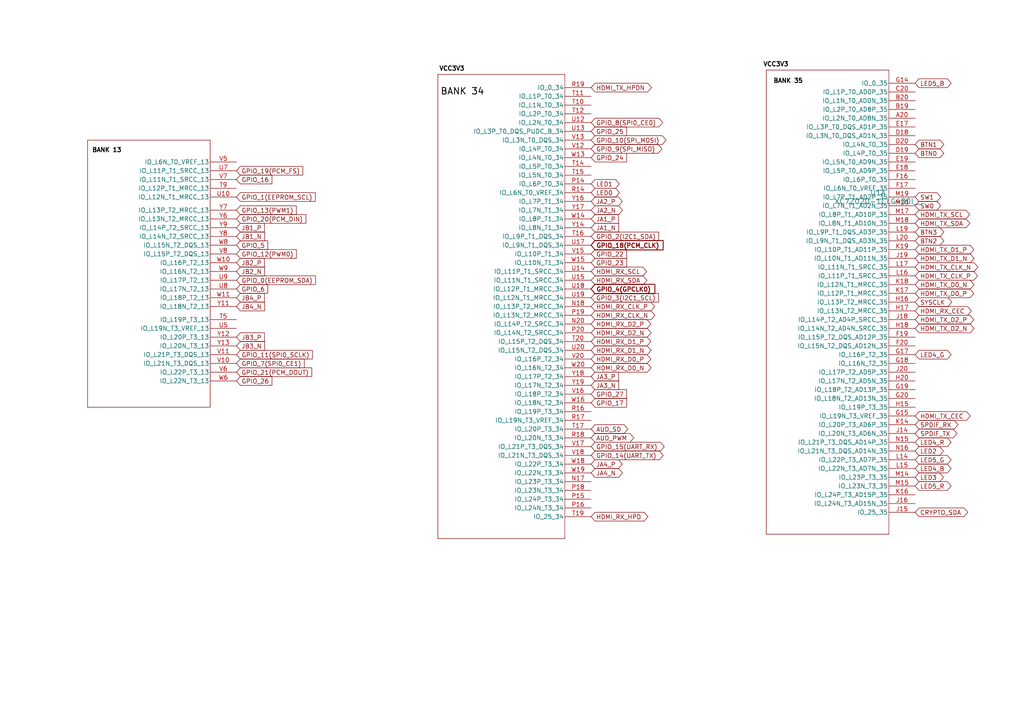
<source format=kicad_sch>
(kicad_sch (version 20231120) (generator "eeschema") (generator_version "8.0")
  (paper "A4")
  (lib_symbols
    (symbol "xc7z020-1clg400i_complete:XC7Z020-1CLG400I__" (pin_names (offset 0.254))
      (property "Reference" "U1" (at 47.625 16.51 0))
      (property "Value" "XC7Z020-1CLG400I__" (at 47.625 13.97 0))
      (symbol "XC7Z020-1CLG400I___1_1"
        (polyline (pts (xy -181.61 -45.72) (xy -146.05 -45.72)))
        (polyline (pts (xy -181.61 31.75) (xy -181.61 -45.72)))
        (polyline (pts (xy -181.61 31.75) (xy -146.05 31.75)))
        (polyline (pts (xy -146.05 31.75) (xy -146.05 -45.72)))
        (polyline (pts (xy -80.01 -83.82) (xy -43.18 -83.82)))
        (polyline (pts (xy -80.01 50.8) (xy -80.01 -83.82)))
        (polyline (pts (xy -80.01 50.8) (xy -80.01 50.8)))
        (polyline (pts (xy -43.18 50.8) (xy -80.01 50.8)))
        (polyline (pts (xy -43.18 50.8) (xy -43.18 -83.82)) (stroke (width 0.127)))
        (polyline (pts (xy 15.24 52.07) (xy 15.24 -82.55)))
        (polyline (pts (xy 50.8 -82.55) (xy 15.24 -82.55)))
        (polyline (pts (xy 50.8 -82.55) (xy 50.8 52.07)) (stroke (width 0.127)))
        (polyline (pts (xy 50.8 52.07) (xy 15.24 52.07)))
        (pin bidirectional line (at 58.42 38.1 180) (length 7.62) (name "IO_L2N_T0_AD8N_35") (number "A20"))
        (pin bidirectional line (at 58.42 40.64 180) (length 7.62) (name "IO_L2P_T0_AD8P_35") (number "B19"))
        (pin bidirectional line (at 58.42 43.18 180) (length 7.62) (name "IO_L1N_T0_AD0N_35") (number "B20"))
        (pin bidirectional line (at 58.42 45.72 180) (length 7.62) (name "IO_L1P_T0_AD0P_35") (number "C20"))
        (pin bidirectional line (at 58.42 33.02 180) (length 7.62) (name "IO_L3N_T0_DQS_AD1N_35") (number "D18"))
        (pin bidirectional line (at 58.42 27.94 180) (length 7.62) (name "IO_L4P_T0_35") (number "D19"))
        (pin bidirectional line (at 58.42 30.48 180) (length 7.62) (name "IO_L4N_T0_35") (number "D20"))
        (pin bidirectional line (at 58.42 35.56 180) (length 7.62) (name "IO_L3P_T0_DQS_AD1P_35") (number "E17"))
        (pin bidirectional line (at 58.42 22.86 180) (length 7.62) (name "IO_L5P_T0_AD9P_35") (number "E18"))
        (pin bidirectional line (at 58.42 25.4 180) (length 7.62) (name "IO_L5N_T0_AD9N_35") (number "E19"))
        (pin bidirectional line (at 58.42 20.32 180) (length 7.62) (name "IO_L6P_T0_35") (number "F16"))
        (pin bidirectional line (at 58.42 17.78 180) (length 7.62) (name "IO_L6N_T0_VREF_35") (number "F17"))
        (pin bidirectional line (at 58.42 -25.4 180) (length 7.62) (name "IO_L15P_T2_DQS_AD12P_35") (number "F19"))
        (pin bidirectional line (at 58.42 -27.94 180) (length 7.62) (name "IO_L15N_T2_DQS_AD12N_35") (number "F20"))
        (pin bidirectional line (at 58.42 48.26 180) (length 7.62) (name "IO_0_35") (number "G14"))
        (pin bidirectional line (at 58.42 -48.26 180) (length 7.62) (name "IO_L19N_T3_VREF_35") (number "G15"))
        (pin bidirectional line (at 58.42 -30.48 180) (length 7.62) (name "IO_L16P_T2_35") (number "G17"))
        (pin bidirectional line (at 58.42 -33.02 180) (length 7.62) (name "IO_L16N_T2_35") (number "G18"))
        (pin bidirectional line (at 58.42 -40.64 180) (length 7.62) (name "IO_L18P_T2_AD13P_35") (number "G19"))
        (pin bidirectional line (at 58.42 -43.18 180) (length 7.62) (name "IO_L18N_T2_AD13N_35") (number "G20"))
        (pin bidirectional line (at 58.42 -45.72 180) (length 7.62) (name "IO_L19P_T3_35") (number "H15"))
        (pin bidirectional line (at 58.42 -15.24 180) (length 7.62) (name "IO_L13P_T2_MRCC_35") (number "H16"))
        (pin bidirectional line (at 58.42 -17.78 180) (length 7.62) (name "IO_L13N_T2_MRCC_35") (number "H17"))
        (pin bidirectional line (at 58.42 -22.86 180) (length 7.62) (name "IO_L14N_T2_AD4N_SRCC_35") (number "H18"))
        (pin bidirectional line (at 58.42 -38.1 180) (length 7.62) (name "IO_L17N_T2_AD5N_35") (number "H20"))
        (pin bidirectional line (at 58.42 -53.34 180) (length 7.62) (name "IO_L20N_T3_AD6N_35") (number "J14"))
        (pin bidirectional line (at 58.42 -76.2 180) (length 7.62) (name "IO_25_35") (number "J15"))
        (pin bidirectional line (at 58.42 -73.66 180) (length 7.62) (name "IO_L24N_T3_AD15N_35") (number "J16"))
        (pin bidirectional line (at 58.42 -20.32 180) (length 7.62) (name "IO_L14P_T2_AD4P_SRCC_35") (number "J18"))
        (pin bidirectional line (at 58.42 -2.54 180) (length 7.62) (name "IO_L10N_T1_AD11N_35") (number "J19"))
        (pin bidirectional line (at 58.42 -35.56 180) (length 7.62) (name "IO_L17P_T2_AD5P_35") (number "J20"))
        (pin bidirectional line (at 58.42 -50.8 180) (length 7.62) (name "IO_L20P_T3_AD6P_35") (number "K14"))
        (pin bidirectional line (at 58.42 -71.12 180) (length 7.62) (name "IO_L24P_T3_AD15P_35") (number "K16"))
        (pin bidirectional line (at 58.42 -12.7 180) (length 7.62) (name "IO_L12P_T1_MRCC_35") (number "K17"))
        (pin bidirectional line (at 58.42 -10.16 180) (length 7.62) (name "IO_L12N_T1_MRCC_35") (number "K18"))
        (pin bidirectional line (at 58.42 0 180) (length 7.62) (name "IO_L10P_T1_AD11P_35") (number "K19"))
        (pin bidirectional line (at 58.42 -60.96 180) (length 7.62) (name "IO_L22P_T3_AD7P_35") (number "L14"))
        (pin bidirectional line (at 58.42 -63.5 180) (length 7.62) (name "IO_L22N_T3_AD7N_35") (number "L15"))
        (pin bidirectional line (at 58.42 -7.62 180) (length 7.62) (name "IO_L11P_T1_SRCC_35") (number "L16"))
        (pin bidirectional line (at 58.42 -5.08 180) (length 7.62) (name "IO_L11N_T1_SRCC_35") (number "L17"))
        (pin bidirectional line (at 58.42 5.08 180) (length 7.62) (name "IO_L9P_T1_DQS_AD3P_35") (number "L19"))
        (pin bidirectional line (at 58.42 2.54 180) (length 7.62) (name "IO_L9N_T1_DQS_AD3N_35") (number "L20"))
        (pin bidirectional line (at 58.42 -66.04 180) (length 7.62) (name "IO_L23P_T3_35") (number "M14"))
        (pin bidirectional line (at 58.42 -68.58 180) (length 7.62) (name "IO_L23N_T3_35") (number "M15"))
        (pin bidirectional line (at 58.42 10.16 180) (length 7.62) (name "IO_L8P_T1_AD10P_35") (number "M17"))
        (pin bidirectional line (at 58.42 7.62 180) (length 7.62) (name "IO_L8N_T1_AD10N_35") (number "M18"))
        (pin bidirectional line (at 58.42 15.24 180) (length 7.62) (name "IO_L7P_T1_AD2P_35") (number "M19"))
        (pin bidirectional line (at 58.42 12.7 180) (length 7.62) (name "IO_L7N_T1_AD2N_35") (number "M20"))
        (pin bidirectional line (at 58.42 -55.88 180) (length 7.62) (name "IO_L21P_T3_DQS_AD14P_35") (number "N15"))
        (pin bidirectional line (at 58.42 -58.42 180) (length 7.62) (name "IO_L21N_T3_DQS_AD14N_35") (number "N16"))
        (pin bidirectional line (at -35.56 -67.31 180) (length 7.62) (name "IO_L23P_T3_34") (number "N17"))
        (pin bidirectional line (at -35.56 -16.51 180) (length 7.62) (name "IO_L13P_T2_MRCC_34") (number "N18"))
        (pin bidirectional line (at -35.56 -21.59 180) (length 7.62) (name "IO_L14P_T2_SRCC_34") (number "N20"))
        (pin bidirectional line (at -35.56 19.05 180) (length 7.62) (name "IO_L6P_T0_34") (number "P14"))
        (pin bidirectional line (at -35.56 -72.39 180) (length 7.62) (name "IO_L24P_T3_34") (number "P15"))
        (pin bidirectional line (at -35.56 -74.93 180) (length 7.62) (name "IO_L24N_T3_34") (number "P16"))
        (pin bidirectional line (at -35.56 -69.85 180) (length 7.62) (name "IO_L23N_T3_34") (number "P18"))
        (pin bidirectional line (at -35.56 -19.05 180) (length 7.62) (name "IO_L13N_T2_MRCC_34") (number "P19"))
        (pin bidirectional line (at -35.56 -24.13 180) (length 7.62) (name "IO_L14N_T2_SRCC_34") (number "P20"))
        (pin bidirectional line (at -35.56 16.51 180) (length 7.62) (name "IO_L6N_T0_VREF_34") (number "R14"))
        (pin bidirectional line (at -35.56 -46.99 180) (length 7.62) (name "IO_L19P_T3_34") (number "R16"))
        (pin bidirectional line (at -35.56 -49.53 180) (length 7.62) (name "IO_L19N_T3_VREF_34") (number "R17"))
        (pin bidirectional line (at -35.56 -54.61 180) (length 7.62) (name "IO_L20N_T3_34") (number "R18"))
        (pin bidirectional line (at -35.56 46.99 180) (length 7.62) (name "IO_0_34") (number "R19"))
        (pin bidirectional line (at -35.56 41.91 180) (length 7.62) (name "IO_L1N_T0_34") (number "T10"))
        (pin bidirectional line (at -35.56 44.45 180) (length 7.62) (name "IO_L1P_T0_34") (number "T11"))
        (pin bidirectional line (at -35.56 39.37 180) (length 7.62) (name "IO_L2P_T0_34") (number "T12"))
        (pin bidirectional line (at -35.56 24.13 180) (length 7.62) (name "IO_L5P_T0_34") (number "T14"))
        (pin bidirectional line (at -35.56 21.59 180) (length 7.62) (name "IO_L5N_T0_34") (number "T15"))
        (pin bidirectional line (at -35.56 3.81 180) (length 7.62) (name "IO_L9P_T1_DQS_34") (number "T16"))
        (pin bidirectional line (at -35.56 -52.07 180) (length 7.62) (name "IO_L20P_T3_34") (number "T17"))
        (pin bidirectional line (at -35.56 -77.47 180) (length 7.62) (name "IO_25_34") (number "T19"))
        (pin bidirectional line (at -35.56 -26.67 180) (length 7.62) (name "IO_L15P_T2_DQS_34") (number "T20"))
        (pin bidirectional line (at -138.43 -20.32 180) (length 7.62) (name "IO_L19P_T3_13") (number "T5"))
        (pin bidirectional line (at -138.43 17.78 180) (length 7.62) (name "IO_L12P_T1_MRCC_13") (number "T9"))
        (pin bidirectional line (at -138.43 15.24 180) (length 7.62) (name "IO_L12N_T1_MRCC_13") (number "U10"))
        (pin bidirectional line (at -35.56 36.83 180) (length 7.62) (name "IO_L2N_T0_34") (number "U12"))
        (pin bidirectional line (at -35.56 34.29 180) (length 7.62) (name "IO_L3P_T0_DQS_PUDC_B_34") (number "U13"))
        (pin bidirectional line (at -35.56 -6.35 180) (length 7.62) (name "IO_L11P_T1_SRCC_34") (number "U14"))
        (pin bidirectional line (at -35.56 -8.89 180) (length 7.62) (name "IO_L11N_T1_SRCC_34") (number "U15"))
        (pin bidirectional line (at -35.56 1.27 180) (length 7.62) (name "IO_L9N_T1_DQS_34") (number "U17"))
        (pin bidirectional line (at -35.56 -11.43 180) (length 7.62) (name "IO_L12P_T1_MRCC_34") (number "U18"))
        (pin bidirectional line (at -35.56 -13.97 180) (length 7.62) (name "IO_L12N_T1_MRCC_34") (number "U19"))
        (pin bidirectional line (at -35.56 -29.21 180) (length 7.62) (name "IO_L15N_T2_DQS_34") (number "U20"))
        (pin bidirectional line (at -138.43 -22.86 180) (length 7.62) (name "IO_L19N_T3_VREF_13") (number "U5"))
        (pin bidirectional line (at -138.43 22.86 180) (length 7.62) (name "IO_L11P_T1_SRCC_13") (number "U7"))
        (pin bidirectional line (at -138.43 -11.43 180) (length 7.62) (name "IO_L17N_T2_13") (number "U8"))
        (pin bidirectional line (at -138.43 -8.89 180) (length 7.62) (name "IO_L17P_T2_13") (number "U9"))
        (pin bidirectional line (at -138.43 -33.02 180) (length 7.62) (name "IO_L21N_T3_DQS_13") (number "V10"))
        (pin bidirectional line (at -138.43 -30.48 180) (length 7.62) (name "IO_L21P_T3_DQS_13") (number "V11"))
        (pin bidirectional line (at -35.56 29.21 180) (length 7.62) (name "IO_L4P_T0_34") (number "V12"))
        (pin bidirectional line (at -35.56 31.75 180) (length 7.62) (name "IO_L3N_T0_DQS_34") (number "V13"))
        (pin bidirectional line (at -35.56 -1.27 180) (length 7.62) (name "IO_L10P_T1_34") (number "V15"))
        (pin bidirectional line (at -35.56 -41.91 180) (length 7.62) (name "IO_L18P_T2_34") (number "V16"))
        (pin bidirectional line (at -35.56 -57.15 180) (length 7.62) (name "IO_L21P_T3_DQS_34") (number "V17"))
        (pin bidirectional line (at -35.56 -59.69 180) (length 7.62) (name "IO_L21N_T3_DQS_34") (number "V18"))
        (pin bidirectional line (at -35.56 -31.75 180) (length 7.62) (name "IO_L16P_T2_34") (number "V20"))
        (pin bidirectional line (at -138.43 25.4 180) (length 7.62) (name "IO_L6N_T0_VREF_13") (number "V5"))
        (pin bidirectional line (at -138.43 -35.56 180) (length 7.62) (name "IO_L22P_T3_13") (number "V6"))
        (pin bidirectional line (at -138.43 20.32 180) (length 7.62) (name "IO_L11N_T1_SRCC_13") (number "V7"))
        (pin bidirectional line (at -138.43 -1.27 180) (length 7.62) (name "IO_L15P_T2_DQS_13") (number "V8"))
        (pin bidirectional line (at -138.43 -3.81 180) (length 7.62) (name "IO_L16P_T2_13") (number "W10"))
        (pin bidirectional line (at -138.43 -13.97 180) (length 7.62) (name "IO_L18P_T2_13") (number "W11"))
        (pin bidirectional line (at -35.56 26.67 180) (length 7.62) (name "IO_L4N_T0_34") (number "W13"))
        (pin bidirectional line (at -35.56 8.89 180) (length 7.62) (name "IO_L8P_T1_34") (number "W14"))
        (pin bidirectional line (at -35.56 -3.81 180) (length 7.62) (name "IO_L10N_T1_34") (number "W15"))
        (pin bidirectional line (at -35.56 -44.45 180) (length 7.62) (name "IO_L18N_T2_34") (number "W16"))
        (pin bidirectional line (at -35.56 -62.23 180) (length 7.62) (name "IO_L22P_T3_34") (number "W18"))
        (pin bidirectional line (at -35.56 -64.77 180) (length 7.62) (name "IO_L22N_T3_34") (number "W19"))
        (pin bidirectional line (at -35.56 -34.29 180) (length 7.62) (name "IO_L16N_T2_34") (number "W20"))
        (pin bidirectional line (at -138.43 -38.1 180) (length 7.62) (name "IO_L22N_T3_13") (number "W6"))
        (pin bidirectional line (at -138.43 1.27 180) (length 7.62) (name "IO_L15N_T2_DQS_13") (number "W8"))
        (pin bidirectional line (at -138.43 -6.35 180) (length 7.62) (name "IO_L16N_T2_13") (number "W9"))
        (pin bidirectional line (at -138.43 -16.51 180) (length 7.62) (name "IO_L18N_T2_13") (number "Y11"))
        (pin bidirectional line (at -138.43 -25.4 180) (length 7.62) (name "IO_L20P_T3_13") (number "Y12"))
        (pin bidirectional line (at -138.43 -27.94 180) (length 7.62) (name "IO_L20N_T3_13") (number "Y13"))
        (pin bidirectional line (at -35.56 6.35 180) (length 7.62) (name "IO_L8N_T1_34") (number "Y14"))
        (pin bidirectional line (at -35.56 13.97 180) (length 7.62) (name "IO_L7P_T1_34") (number "Y16"))
        (pin bidirectional line (at -35.56 11.43 180) (length 7.62) (name "IO_L7N_T1_34") (number "Y17"))
        (pin bidirectional line (at -35.56 -36.83 180) (length 7.62) (name "IO_L17P_T2_34") (number "Y18"))
        (pin bidirectional line (at -35.56 -39.37 180) (length 7.62) (name "IO_L17N_T2_34") (number "Y19"))
        (pin bidirectional line (at -138.43 8.89 180) (length 7.62) (name "IO_L13N_T2_MRCC_13") (number "Y6"))
        (pin bidirectional line (at -138.43 11.43 180) (length 7.62) (name "IO_L13P_T2_MRCC_13") (number "Y7"))
        (pin bidirectional line (at -138.43 3.81 180) (length 7.62) (name "IO_L14N_T2_SRCC_13") (number "Y8"))
        (pin bidirectional line (at -138.43 6.35 180) (length 7.62) (name "IO_L14P_T2_SRCC_13") (number "Y9"))
      )
      (symbol "XC7Z020-1CLG400I___3_1"
        (polyline (pts (xy 7.62 -129.54) (xy 88.9 -129.54)) (stroke (width 0.127)))
        (polyline (pts (xy 7.62 5.08) (xy 7.62 -129.54)) (stroke (width 0.127)))
        (polyline (pts (xy 88.9 -129.54) (xy 88.9 5.08)) (stroke (width 0.127)))
        (polyline (pts (xy 88.9 5.08) (xy 7.62 5.08)) (stroke (width 0.127)))
        (pin output line (at 96.52 -93.98 180) (length 7.62) (name "PS_DDR_DM0_502") (number "A1"))
        (pin bidirectional line (at 96.52 -72.39 180) (length 7.62) (name "PS_DDR_DQ2_502") (number "A2"))
        (pin bidirectional line (at 96.52 -69.85 180) (length 7.62) (name "PS_DDR_DQ3_502") (number "A4"))
        (pin bidirectional line (at 96.52 -106.68 180) (length 7.62) (name "PS_DDR_DQS_N0_502") (number "B2"))
        (pin bidirectional line (at 96.52 -74.93 180) (length 7.62) (name "PS_DDR_DQ1_502") (number "B3"))
        (pin output line (at 0 -67.31 0) (length 7.62) (name "PS_DDR_DRST_B_502") (number "B4"))
        (pin bidirectional line (at 96.52 -62.23 180) (length 7.62) (name "PS_DDR_DQ6_502") (number "C1"))
        (pin bidirectional line (at 96.52 -109.22 180) (length 7.62) (name "PS_DDR_DQS_P0_502") (number "C2"))
        (pin bidirectional line (at 96.52 -77.47 180) (length 7.62) (name "PS_DDR_DQ0_502") (number "C3"))
        (pin bidirectional line (at 96.52 -64.77 180) (length 7.62) (name "PS_DDR_DQ5_502") (number "D1"))
        (pin bidirectional line (at 96.52 -67.31 180) (length 7.62) (name "PS_DDR_DQ4_502") (number "D3"))
        (pin output line (at 0 -13.97 0) (length 7.62) (name "PS_DDR_A13_502") (number "D4"))
        (pin bidirectional line (at 96.52 -59.69 180) (length 7.62) (name "PS_DDR_DQ7_502") (number "E1"))
        (pin bidirectional line (at 96.52 -57.15 180) (length 7.62) (name "PS_DDR_DQ8_502") (number "E2"))
        (pin bidirectional line (at 96.52 -54.61 180) (length 7.62) (name "PS_DDR_DQ9_502") (number "E3"))
        (pin output line (at 0 -16.51 0) (length 7.62) (name "PS_DDR_A12_502") (number "E4"))
        (pin output line (at 96.52 -91.44 180) (length 7.62) (name "PS_DDR_DM1_502") (number "F1"))
        (pin bidirectional line (at 96.52 -111.76 180) (length 7.62) (name "PS_DDR_DQS_N1_502") (number "F2"))
        (pin output line (at 0 -11.43 0) (length 7.62) (name "PS_DDR_A14_502") (number "F4"))
        (pin output line (at 0 -21.59 0) (length 7.62) (name "PS_DDR_A10_502") (number "F5"))
        (pin bidirectional line (at 96.52 -114.3 180) (length 7.62) (name "PS_DDR_DQS_P1_502") (number "G2"))
        (pin bidirectional line (at 96.52 -52.07 180) (length 7.62) (name "PS_DDR_DQ10_502") (number "G3"))
        (pin output line (at 0 -19.05 0) (length 7.62) (name "PS_DDR_A11_502") (number "G4"))
        (pin output line (at 0 -116.84 0) (length 7.62) (name "PS_DDR_VRN_502") (number "G5"))
        (pin bidirectional line (at 96.52 -41.91 180) (length 7.62) (name "PS_DDR_DQ14_502") (number "H1"))
        (pin bidirectional line (at 96.52 -44.45 180) (length 7.62) (name "PS_DDR_DQ13_502") (number "H2"))
        (pin bidirectional line (at 96.52 -49.53 180) (length 7.62) (name "PS_DDR_DQ11_502") (number "H3"))
        (pin output line (at 0 -114.3 0) (length 7.62) (name "PS_DDR_VRP_502") (number "H5"))
        (pin power_in line (at 0 -2.54 0) (length 7.62) (name "PS_DDR_VREF0_502") (number "H6"))
        (pin bidirectional line (at 96.52 -39.37 180) (length 7.62) (name "PS_DDR_DQ15_502") (number "J1"))
        (pin bidirectional line (at 96.52 -46.99 180) (length 7.62) (name "PS_DDR_DQ12_502") (number "J3"))
        (pin output line (at 0 -24.13 0) (length 7.62) (name "PS_DDR_A9_502") (number "J4"))
        (pin output line (at 0 -54.61 0) (length 7.62) (name "PS_DDR_BA2_502") (number "J5"))
        (pin output line (at 0 -26.67 0) (length 7.62) (name "PS_DDR_A8_502") (number "K1"))
        (pin output line (at 0 -44.45 0) (length 7.62) (name "PS_DDR_A1_502") (number "K2"))
        (pin output line (at 0 -39.37 0) (length 7.62) (name "PS_DDR_A3_502") (number "K3"))
        (pin output line (at 0 -29.21 0) (length 7.62) (name "PS_DDR_A7_502") (number "K4"))
        (pin output line (at 0 -34.29 0) (length 7.62) (name "PS_DDR_A5_502") (number "L1"))
        (pin output line (at 0 -91.44 0) (length 7.62) (name "PS_DDR_CKP_502") (number "L2"))
        (pin output line (at 0 -31.75 0) (length 7.62) (name "PS_DDR_A6_502") (number "L4"))
        (pin output line (at 0 -59.69 0) (length 7.62) (name "PS_DDR_BA0_502") (number "L5"))
        (pin output line (at 0 -93.98 0) (length 7.62) (name "PS_DDR_CKN_502") (number "M2"))
        (pin output line (at 0 -41.91 0) (length 7.62) (name "PS_DDR_A2_502") (number "M3"))
        (pin output line (at 0 -36.83 0) (length 7.62) (name "PS_DDR_A4_502") (number "M4"))
        (pin output line (at 0 -77.47 0) (length 7.62) (name "PS_DDR_WE_B_502") (number "M5"))
        (pin output line (at 0 -74.93 0) (length 7.62) (name "PS_DDR_CS_B_502") (number "N1"))
        (pin output line (at 0 -46.99 0) (length 7.62) (name "PS_DDR_A0_502") (number "N2"))
        (pin output line (at 0 -88.9 0) (length 7.62) (name "PS_DDR_CKE_502") (number "N3"))
        (pin output line (at 0 -106.68 0) (length 7.62) (name "PS_DDR_ODT_502") (number "N5"))
        (pin bidirectional line (at 96.52 -36.83 180) (length 7.62) (name "PS_DDR_DQ16_502") (number "P1"))
        (pin bidirectional line (at 96.52 -34.29 180) (length 7.62) (name "PS_DDR_DQ17_502") (number "P3"))
        (pin output line (at 0 -69.85 0) (length 7.62) (name "PS_DDR_RAS_B_502") (number "P4"))
        (pin output line (at 0 -72.39 0) (length 7.62) (name "PS_DDR_CAS_B_502") (number "P5"))
        (pin power_in line (at 0 0 0) (length 7.62) (name "PS_DDR_VREF1_502") (number "P6"))
        (pin bidirectional line (at 96.52 -29.21 180) (length 7.62) (name "PS_DDR_DQ19_502") (number "R1"))
        (pin bidirectional line (at 96.52 -119.38 180) (length 7.62) (name "PS_DDR_DQS_P2_502") (number "R2"))
        (pin bidirectional line (at 96.52 -31.75 180) (length 7.62) (name "PS_DDR_DQ18_502") (number "R3"))
        (pin output line (at 0 -57.15 0) (length 7.62) (name "PS_DDR_BA1_502") (number "R4"))
        (pin output line (at 96.52 -88.9 180) (length 7.62) (name "PS_DDR_DM2_502") (number "T1"))
        (pin bidirectional line (at 96.52 -116.84 180) (length 7.62) (name "PS_DDR_DQS_N2_502") (number "T2"))
        (pin bidirectional line (at 96.52 -26.67 180) (length 7.62) (name "PS_DDR_DQ20_502") (number "T4"))
        (pin bidirectional line (at 96.52 -21.59 180) (length 7.62) (name "PS_DDR_DQ22_502") (number "U2"))
        (pin bidirectional line (at 96.52 -19.05 180) (length 7.62) (name "PS_DDR_DQ23_502") (number "U3"))
        (pin bidirectional line (at 96.52 -24.13 180) (length 7.62) (name "PS_DDR_DQ21_502") (number "U4"))
        (pin bidirectional line (at 96.52 -16.51 180) (length 7.62) (name "PS_DDR_DQ24_502") (number "V1"))
        (pin bidirectional line (at 96.52 -1.27 180) (length 7.62) (name "PS_DDR_DQ30_502") (number "V2"))
        (pin bidirectional line (at 96.52 1.27 180) (length 7.62) (name "PS_DDR_DQ31_502") (number "V3"))
        (pin bidirectional line (at 96.52 -11.43 180) (length 7.62) (name "PS_DDR_DQ26_502") (number "W1"))
        (pin bidirectional line (at 96.52 -3.81 180) (length 7.62) (name "PS_DDR_DQ29_502") (number "W3"))
        (pin bidirectional line (at 96.52 -121.92 180) (length 7.62) (name "PS_DDR_DQS_N3_502") (number "W4"))
        (pin bidirectional line (at 96.52 -124.46 180) (length 7.62) (name "PS_DDR_DQS_P3_502") (number "W5"))
        (pin output line (at 96.52 -86.36 180) (length 7.62) (name "PS_DDR_DM3_502") (number "Y1"))
        (pin bidirectional line (at 96.52 -6.35 180) (length 7.62) (name "PS_DDR_DQ28_502") (number "Y2"))
        (pin bidirectional line (at 96.52 -13.97 180) (length 7.62) (name "PS_DDR_DQ25_502") (number "Y3"))
        (pin bidirectional line (at 96.52 -8.89 180) (length 7.62) (name "PS_DDR_DQ27_502") (number "Y4"))
      )
      (symbol "XC7Z020-1CLG400I___4_1"
        (polyline (pts (xy -21.59 -90.17) (xy 13.97 -90.17)) (stroke (width 0.127)))
        (polyline (pts (xy -21.59 27.94) (xy -21.59 -90.17)))
        (polyline (pts (xy 13.97 27.94) (xy -21.59 27.94)) (stroke (width 0.127)))
        (polyline (pts (xy 13.97 27.94) (xy 13.97 -90.17)))
        (pin bidirectional line (at 21.59 -44.45 180) (length 7.62) (name "PS_MIO37_501") (number "A10"))
        (pin bidirectional line (at 21.59 -41.91 180) (length 7.62) (name "PS_MIO36_501") (number "A11"))
        (pin bidirectional line (at 21.59 -36.83 180) (length 7.62) (name "PS_MIO34_501") (number "A12"))
        (pin bidirectional line (at 21.59 -31.75 180) (length 7.62) (name "PS_MIO32_501") (number "A14"))
        (pin bidirectional line (at 21.59 -16.51 180) (length 7.62) (name "PS_MIO26_501") (number "A15"))
        (pin bidirectional line (at 21.59 -11.43 180) (length 7.62) (name "PS_MIO24_501") (number "A16"))
        (pin bidirectional line (at 21.59 -1.27 180) (length 7.62) (name "PS_MIO20_501") (number "A17"))
        (pin bidirectional line (at 21.59 8.89 180) (length 7.62) (name "PS_MIO16_501") (number "A19"))
        (pin bidirectional line (at 21.59 -59.69 180) (length 7.62) (name "PS_MIO43_501") (number "A9"))
        (pin input line (at 21.59 22.86 180) (length 7.62) (name "PS_SRST_B_501") (number "B10"))
        (pin bidirectional line (at 21.59 -72.39 180) (length 7.62) (name "PS_MIO48_501") (number "B12"))
        (pin bidirectional line (at 21.59 -77.47 180) (length 7.62) (name "PS_MIO50_501") (number "B13"))
        (pin bidirectional line (at 21.59 -69.85 180) (length 7.62) (name "PS_MIO47_501") (number "B14"))
        (pin bidirectional line (at 21.59 -64.77 180) (length 7.62) (name "PS_MIO45_501") (number "B15"))
        (pin bidirectional line (at 21.59 -6.35 180) (length 7.62) (name "PS_MIO22_501") (number "B17"))
        (pin bidirectional line (at 21.59 3.81 180) (length 7.62) (name "PS_MIO18_501") (number "B18"))
        (pin bidirectional line (at 21.59 -80.01 180) (length 7.62) (name "PS_MIO51_501") (number "B9"))
        (pin bidirectional line (at 21.59 -82.55 180) (length 7.62) (name "PS_MIO52_501") (number "C10"))
        (pin bidirectional line (at 21.59 -85.09 180) (length 7.62) (name "PS_MIO53_501") (number "C11"))
        (pin bidirectional line (at 21.59 -74.93 180) (length 7.62) (name "PS_MIO49_501") (number "C12"))
        (pin bidirectional line (at 21.59 -24.13 180) (length 7.62) (name "PS_MIO29_501") (number "C13"))
        (pin bidirectional line (at 21.59 -26.67 180) (length 7.62) (name "PS_MIO30_501") (number "C15"))
        (pin bidirectional line (at 21.59 -21.59 180) (length 7.62) (name "PS_MIO28_501") (number "C16"))
        (pin bidirectional line (at 21.59 -54.61 180) (length 7.62) (name "PS_MIO41_501") (number "C17"))
        (pin bidirectional line (at 21.59 -49.53 180) (length 7.62) (name "PS_MIO39_501") (number "C18"))
        (pin bidirectional line (at 21.59 1.27 180) (length 7.62) (name "PS_MIO19_501") (number "D10"))
        (pin bidirectional line (at 21.59 -8.89 180) (length 7.62) (name "PS_MIO23_501") (number "D11"))
        (pin bidirectional line (at 21.59 -19.05 180) (length 7.62) (name "PS_MIO27_501") (number "D13"))
        (pin bidirectional line (at 21.59 -52.07 180) (length 7.62) (name "PS_MIO40_501") (number "D14"))
        (pin bidirectional line (at 21.59 -34.29 180) (length 7.62) (name "PS_MIO33_501") (number "D15"))
        (pin bidirectional line (at 21.59 -67.31 180) (length 7.62) (name "PS_MIO46_501") (number "D16"))
        (pin power_in line (at 21.59 20.32 180) (length 7.62) (name "PS_MIO_VREF_501") (number "E11"))
        (pin bidirectional line (at 21.59 -57.15 180) (length 7.62) (name "PS_MIO42_501") (number "E12"))
        (pin bidirectional line (at 21.59 -46.99 180) (length 7.62) (name "PS_MIO38_501") (number "E13"))
        (pin bidirectional line (at 21.59 6.35 180) (length 7.62) (name "PS_MIO17_501") (number "E14"))
        (pin bidirectional line (at 21.59 -29.21 180) (length 7.62) (name "PS_MIO31_501") (number "E16"))
        (pin bidirectional line (at 21.59 -39.37 180) (length 7.62) (name "PS_MIO35_501") (number "F12"))
        (pin bidirectional line (at 21.59 -62.23 180) (length 7.62) (name "PS_MIO44_501") (number "F13"))
        (pin bidirectional line (at 21.59 -3.81 180) (length 7.62) (name "PS_MIO21_501") (number "F14"))
        (pin bidirectional line (at 21.59 -13.97 180) (length 7.62) (name "PS_MIO25_501") (number "F15"))
      )
      (symbol "XC7Z020-1CLG400I___5_1"
        (polyline (pts (xy 7.62 -46.99) (xy 53.34 -46.99)))
        (polyline (pts (xy 7.62 7.62) (xy 7.62 -46.99)))
        (polyline (pts (xy 53.34 7.62) (xy 7.62 7.62)) (stroke (width 0.127)))
        (polyline (pts (xy 53.34 7.62) (xy 53.34 -46.99)))
        (pin power_out line (at 60.96 -38.1 180) (length 7.62) (name "RSVDGND") (number "F10"))
        (pin output line (at 60.96 3.81 180) (length 7.62) (name "TDO_0") (number "F6"))
        (pin input line (at 60.96 1.27 180) (length 7.62) (name "TCK_0") (number "F9"))
        (pin input line (at 60.96 6.35 180) (length 7.62) (name "TDI_0") (number "G6"))
        (pin power_out line (at 0 -35.56 0) (length 7.62) (name "GNDADC_0") (number "J10"))
        (pin input line (at 60.96 -1.27 180) (length 7.62) (name "TMS_0") (number "J6"))
        (pin power_in line (at 0 -33.02 0) (length 7.62) (name "VCCADC_0") (number "J9"))
        (pin power_in line (at 0 -8.89 0) (length 7.62) (name "VREFN_0") (number "K10"))
        (pin input line (at 0 -16.51 0) (length 7.62) (name "VP_0") (number "K9"))
        (pin input line (at 0 -19.05 0) (length 7.62) (name "VN_0") (number "L10"))
        (pin input line (at 60.96 -16.51 180) (length 7.62) (name "PROGRAM_B_0") (number "L6"))
        (pin power_in line (at 0 -6.35 0) (length 7.62) (name "VREFP_0") (number "L9"))
        (pin unspecified line (at 0 1.27 0) (length 7.62) (name "DXN_0") (number "M10"))
        (pin input line (at 0 -27.94 0) (length 7.62) (name "CFGBVS_0") (number "M6"))
        (pin unspecified line (at 0 3.81 0) (length 7.62) (name "DXP_0") (number "M9"))
        (pin power_in line (at 60.96 -30.48 180) (length 7.62) (name "RSVDVCC3") (number "N6"))
        (pin bidirectional line (at 60.96 -19.05 180) (length 7.62) (name "INIT_B_0") (number "R10"))
        (pin bidirectional line (at 60.96 -13.97 180) (length 7.62) (name "DONE_0") (number "R11"))
        (pin power_in line (at 60.96 -33.02 180) (length 7.62) (name "RSVDVCC2") (number "R6"))
        (pin power_in line (at 60.96 -35.56 180) (length 7.62) (name "RSVDVCC1") (number "T6"))
      )
      (symbol "XC7Z020-1CLG400I___6_1"
        (polyline (pts (xy 7.62 -132.08) (xy 43.18 -132.08)) (stroke (width 0.127)))
        (polyline (pts (xy 7.62 5.08) (xy 7.62 -132.08)) (stroke (width 0.127)))
        (polyline (pts (xy 43.18 -132.08) (xy 43.18 5.08)) (stroke (width 0.127)))
        (polyline (pts (xy 43.18 5.08) (xy 7.62 5.08)) (stroke (width 0.127)))
        (pin power_in line (at 0 -46.99 0) (length 7.62) (name "VCCO_MIO1_501") (number "A13"))
        (pin power_in line (at 0 1.27 0) (length 7.62) (name "VCCO_DDR_502") (number "A3"))
        (pin power_in line (at 0 -49.53 0) (length 7.62) (name "VCCO_MIO1_501") (number "B16"))
        (pin power_in line (at 0 -38.1 0) (length 7.62) (name "VCCO_MIO0_500") (number "B6"))
        (pin power_in line (at 50.8 -34.29 180) (length 7.62) (name "VCCO_35") (number "C19"))
        (pin power_in line (at 0 -52.07 0) (length 7.62) (name "VCCO_MIO1_501") (number "D12"))
        (pin power_in line (at 0 -1.27 0) (length 7.62) (name "VCCO_DDR_502") (number "D2"))
        (pin power_in line (at 0 -40.64 0) (length 7.62) (name "VCCO_MIO0_500") (number "D7"))
        (pin power_in line (at 0 -54.61 0) (length 7.62) (name "VCCO_MIO1_501") (number "E15"))
        (pin power_in line (at 0 -3.81 0) (length 7.62) (name "VCCO_DDR_502") (number "E5"))
        (pin power_in line (at 50.8 -111.76 180) (length 7.62) (name "VCCBATT_0") (number "F11"))
        (pin power_in line (at 50.8 -36.83 180) (length 7.62) (name "VCCO_35") (number "F18"))
        (pin power_in line (at 0 -83.82 0) (length 7.62) (name "VCCPAUX") (number "F8"))
        (pin power_in line (at 0 -6.35 0) (length 7.62) (name "VCCO_DDR_502") (number "G1"))
        (pin power_in line (at 0 -30.48 0) (length 7.62) (name "VCCBRAM") (number "G11"))
        (pin power_in line (at 50.8 -96.52 180) (length 7.62) (name "VCCINT") (number "G13"))
        (pin power_in line (at 0 -62.23 0) (length 7.62) (name "VCCPINT") (number "G7"))
        (pin power_in line (at 0 -111.76 0) (length 7.62) (name "VCCPLL") (number "G8"))
        (pin power_in line (at 0 -86.36 0) (length 7.62) (name "VCCPAUX") (number "G9"))
        (pin power_in line (at 0 -33.02 0) (length 7.62) (name "VCCBRAM") (number "H10"))
        (pin power_in line (at 50.8 -93.98 180) (length 7.62) (name "VCCINT") (number "H12"))
        (pin power_in line (at 50.8 -39.37 180) (length 7.62) (name "VCCO_35") (number "H14"))
        (pin power_in line (at 0 -8.89 0) (length 7.62) (name "VCCO_DDR_502") (number "H4"))
        (pin power_in line (at 0 -88.9 0) (length 7.62) (name "VCCPAUX") (number "H8"))
        (pin power_in line (at 50.8 -62.23 180) (length 7.62) (name "VCCAUX") (number "J11"))
        (pin power_in line (at 50.8 -91.44 180) (length 7.62) (name "VCCINT") (number "J13"))
        (pin power_in line (at 50.8 -41.91 180) (length 7.62) (name "VCCO_35") (number "J17"))
        (pin power_in line (at 0 -64.77 0) (length 7.62) (name "VCCPINT") (number "J7"))
        (pin power_in line (at 50.8 -88.9 180) (length 7.62) (name "VCCINT") (number "K12"))
        (pin power_in line (at 50.8 -44.45 180) (length 7.62) (name "VCCO_35") (number "K20"))
        (pin power_in line (at 50.8 1.27 180) (length 7.62) (name "VCCO_0") (number "K6"))
        (pin power_in line (at 0 -91.44 0) (length 7.62) (name "VCCPAUX") (number "K8"))
        (pin power_in line (at 50.8 -64.77 180) (length 7.62) (name "VCCAUX") (number "L11"))
        (pin power_in line (at 50.8 -86.36 180) (length 7.62) (name "VCCINT") (number "L13"))
        (pin power_in line (at 0 -11.43 0) (length 7.62) (name "VCCO_DDR_502") (number "L3"))
        (pin power_in line (at 0 -67.31 0) (length 7.62) (name "VCCPINT") (number "L7"))
        (pin power_in line (at 50.8 -83.82 180) (length 7.62) (name "VCCINT") (number "M12"))
        (pin power_in line (at 50.8 -46.99 180) (length 7.62) (name "VCCO_35") (number "M16"))
        (pin power_in line (at 0 -93.98 0) (length 7.62) (name "VCCPAUX") (number "M8"))
        (pin power_in line (at 50.8 -67.31 180) (length 7.62) (name "VCCAUX") (number "N11"))
        (pin power_in line (at 50.8 -81.28 180) (length 7.62) (name "VCCINT") (number "N13"))
        (pin power_in line (at 50.8 -16.51 180) (length 7.62) (name "VCCO_34") (number "N19"))
        (pin power_in line (at 0 -69.85 0) (length 7.62) (name "VCCPINT") (number "N7"))
        (pin power_in line (at 50.8 -57.15 180) (length 7.62) (name "VCCAUX") (number "N9"))
        (pin power_in line (at 50.8 -69.85 180) (length 7.62) (name "VCCAUX") (number "P10"))
        (pin power_in line (at 50.8 -78.74 180) (length 7.62) (name "VCCINT") (number "P12"))
        (pin power_in line (at 0 -13.97 0) (length 7.62) (name "VCCO_DDR_502") (number "P2"))
        (pin power_in line (at 0 -72.39 0) (length 7.62) (name "VCCPINT") (number "P8"))
        (pin power_in line (at 50.8 -76.2 180) (length 7.62) (name "VCCINT") (number "R13"))
        (pin power_in line (at 50.8 -19.05 180) (length 7.62) (name "VCCO_34") (number "R15"))
        (pin power_in line (at 0 -16.51 0) (length 7.62) (name "VCCO_DDR_502") (number "R5"))
        (pin power_in line (at 0 -74.93 0) (length 7.62) (name "VCCPINT") (number "R7"))
        (pin power_in line (at 50.8 -59.69 180) (length 7.62) (name "VCCAUX") (number "R9"))
        (pin power_in line (at 50.8 -21.59 180) (length 7.62) (name "VCCO_34") (number "T18"))
        (pin power_in line (at 50.8 -3.81 180) (length 7.62) (name "VCCO_13") (number "T8"))
        (pin power_in line (at 0 -19.05 0) (length 7.62) (name "VCCO_DDR_502") (number "U1"))
        (pin power_in line (at 50.8 -8.89 180) (length 7.62) (name "VCCO_13") (number "U11"))
        (pin power_in line (at 50.8 -24.13 180) (length 7.62) (name "VCCO_34") (number "V14"))
        (pin power_in line (at 0 -21.59 0) (length 7.62) (name "VCCO_DDR_502") (number "V4"))
        (pin power_in line (at 50.8 -26.67 180) (length 7.62) (name "VCCO_34") (number "W17"))
        (pin power_in line (at 50.8 -6.35 180) (length 7.62) (name "VCCO_13") (number "W7"))
        (pin power_in line (at 50.8 -11.43 180) (length 7.62) (name "VCCO_13") (number "Y10"))
        (pin power_in line (at 50.8 -29.21 180) (length 7.62) (name "VCCO_34") (number "Y20"))
      )
      (symbol "XC7Z020-1CLG400I___7_1"
        (polyline (pts (xy 7.62 -73.66) (xy 33.02 -73.66)))
        (polyline (pts (xy 7.62 5.08) (xy 7.62 -73.66)))
        (polyline (pts (xy 33.02 5.08) (xy 7.62 5.08)) (stroke (width 0.127)))
        (polyline (pts (xy 33.02 5.08) (xy 33.02 -73.66)))
        (pin power_out line (at 0 -64.77 0) (length 7.62) (name "GND") (number "A18"))
        (pin power_out line (at 0 1.27 0) (length 7.62) (name "GND") (number "A8"))
        (pin power_out line (at 0 -1.27 0) (length 7.62) (name "GND") (number "B1"))
        (pin power_out line (at 0 -67.31 0) (length 7.62) (name "GND") (number "B11"))
        (pin power_out line (at 0 -69.85 0) (length 7.62) (name "GND") (number "C14"))
        (pin power_out line (at 0 -3.81 0) (length 7.62) (name "GND") (number "C4"))
        (pin power_out line (at 0 -6.35 0) (length 7.62) (name "GND") (number "C9"))
        (pin power_out line (at 0 -69.85 0) (length 7.62) (name "GND") (number "D17"))
        (pin power_out line (at 40.64 -54.61 180) (length 7.62) (name "GND") (number "E10"))
        (pin power_out line (at 40.64 -52.07 180) (length 7.62) (name "GND") (number "E20"))
        (pin power_out line (at 0 -8.89 0) (length 7.62) (name "GND") (number "F3"))
        (pin power_out line (at 0 -11.43 0) (length 7.62) (name "GND") (number "F7"))
        (pin power_out line (at 40.64 -49.53 180) (length 7.62) (name "GND") (number "G10"))
        (pin power_out line (at 40.64 -46.99 180) (length 7.62) (name "GND") (number "G12"))
        (pin power_out line (at 40.64 -44.45 180) (length 7.62) (name "GND") (number "G16"))
        (pin power_out line (at 40.64 -41.91 180) (length 7.62) (name "GND") (number "H11"))
        (pin power_out line (at 40.64 -39.37 180) (length 7.62) (name "GND") (number "H13"))
        (pin power_out line (at 40.64 -36.83 180) (length 7.62) (name "GND") (number "H19"))
        (pin power_out line (at 0 -13.97 0) (length 7.62) (name "GND") (number "H7"))
        (pin power_out line (at 0 -16.51 0) (length 7.62) (name "GND") (number "H9"))
        (pin power_out line (at 40.64 -34.29 180) (length 7.62) (name "GND") (number "J12"))
        (pin power_out line (at 0 -19.05 0) (length 7.62) (name "GND") (number "J2"))
        (pin power_out line (at 0 -21.59 0) (length 7.62) (name "GND") (number "J8"))
        (pin power_out line (at 40.64 -31.75 180) (length 7.62) (name "GND") (number "K11"))
        (pin power_out line (at 40.64 -29.21 180) (length 7.62) (name "GND") (number "K13"))
        (pin power_out line (at 40.64 -26.67 180) (length 7.62) (name "GND") (number "K15"))
        (pin power_out line (at 0 -24.13 0) (length 7.62) (name "GND") (number "K5"))
        (pin power_out line (at 0 -26.67 0) (length 7.62) (name "GND") (number "K7"))
        (pin power_out line (at 40.64 -24.13 180) (length 7.62) (name "GND") (number "L12"))
        (pin power_out line (at 40.64 -21.59 180) (length 7.62) (name "GND") (number "L18"))
        (pin power_out line (at 0 -29.21 0) (length 7.62) (name "GND") (number "L8"))
        (pin power_out line (at 0 -31.75 0) (length 7.62) (name "GND") (number "M1"))
        (pin power_out line (at 40.64 -19.05 180) (length 7.62) (name "GND") (number "M11"))
        (pin power_out line (at 40.64 -16.51 180) (length 7.62) (name "GND") (number "M13"))
        (pin power_out line (at 0 -34.29 0) (length 7.62) (name "GND") (number "M7"))
        (pin power_out line (at 40.64 -13.97 180) (length 7.62) (name "GND") (number "N10"))
        (pin power_out line (at 40.64 -11.43 180) (length 7.62) (name "GND") (number "N12"))
        (pin power_out line (at 40.64 -8.89 180) (length 7.62) (name "GND") (number "N14"))
        (pin power_out line (at 0 -36.83 0) (length 7.62) (name "GND") (number "N4"))
        (pin power_out line (at 0 -39.37 0) (length 7.62) (name "GND") (number "N8"))
        (pin power_out line (at 40.64 -6.35 180) (length 7.62) (name "GND") (number "P11"))
        (pin power_out line (at 40.64 -3.81 180) (length 7.62) (name "GND") (number "P13"))
        (pin power_out line (at 40.64 -1.27 180) (length 7.62) (name "GND") (number "P17"))
        (pin power_out line (at 0 -41.91 0) (length 7.62) (name "GND") (number "P7"))
        (pin power_out line (at 0 -44.45 0) (length 7.62) (name "GND") (number "P9"))
        (pin power_out line (at 40.64 1.27 180) (length 7.62) (name "GND") (number "R12"))
        (pin power_out line (at 40.64 -69.85 180) (length 7.62) (name "GND") (number "R20"))
        (pin power_out line (at 0 -46.99 0) (length 7.62) (name "GND") (number "R8"))
        (pin power_out line (at 40.64 -67.31 180) (length 7.62) (name "GND") (number "T13"))
        (pin power_out line (at 0 -49.53 0) (length 7.62) (name "GND") (number "T3"))
        (pin power_out line (at 0 -52.07 0) (length 7.62) (name "GND") (number "T7"))
        (pin power_out line (at 40.64 -64.77 180) (length 7.62) (name "GND") (number "U16"))
        (pin power_out line (at 0 -54.61 0) (length 7.62) (name "GND") (number "U6"))
        (pin power_out line (at 40.64 -62.23 180) (length 7.62) (name "GND") (number "V19"))
        (pin power_out line (at 0 -57.15 0) (length 7.62) (name "GND") (number "V9"))
        (pin power_out line (at 40.64 -59.69 180) (length 7.62) (name "GND") (number "W12"))
        (pin power_out line (at 0 -59.69 0) (length 7.62) (name "GND") (number "W2"))
        (pin power_out line (at 40.64 -57.15 180) (length 7.62) (name "GND") (number "Y15"))
        (pin power_out line (at 0 -62.23 0) (length 7.62) (name "GND") (number "Y5"))
      )
      (symbol "XC7Z020-1CLG400I___8_1"
        (polyline (pts (xy 44.45 -58.42) (xy 69.85 -58.42)) (stroke (width 0.127)))
        (polyline (pts (xy 44.45 -6.35) (xy 44.45 -58.42)))
        (polyline (pts (xy 69.85 -6.35) (xy 44.45 -6.35)) (stroke (width 0.127)))
        (polyline (pts (xy 69.85 -6.35) (xy 69.85 -58.42)))
        (pin bidirectional line (at 77.47 -33.02 180) (length 7.62) (name "PS_MIO6_500") (number "A5"))
        (pin bidirectional line (at 77.47 -30.48 180) (length 7.62) (name "PS_MIO5_500") (number "A6"))
        (pin bidirectional line (at 77.47 -20.32 180) (length 7.62) (name "PS_MIO1_500") (number "A7"))
        (pin bidirectional line (at 77.47 -40.64 180) (length 7.62) (name "PS_MIO9_500") (number "B5"))
        (pin bidirectional line (at 77.47 -27.94 180) (length 7.62) (name "PS_MIO4_500") (number "B7"))
        (pin bidirectional line (at 77.47 -22.86 180) (length 7.62) (name "PS_MIO2_500") (number "B8"))
        (pin bidirectional line (at 77.47 -53.34 180) (length 7.62) (name "PS_MIO14_500") (number "C5"))
        (pin bidirectional line (at 77.47 -45.72 180) (length 7.62) (name "PS_MIO11_500") (number "C6"))
        (pin input line (at 77.47 -10.16 180) (length 7.62) (name "PS_POR_B_500") (number "C7"))
        (pin bidirectional line (at 77.47 -55.88 180) (length 7.62) (name "PS_MIO15_500") (number "C8"))
        (pin bidirectional line (at 77.47 -38.1 180) (length 7.62) (name "PS_MIO8_500") (number "D5"))
        (pin bidirectional line (at 77.47 -25.4 180) (length 7.62) (name "PS_MIO3_500") (number "D6"))
        (pin bidirectional line (at 77.47 -35.56 180) (length 7.62) (name "PS_MIO7_500") (number "D8"))
        (pin bidirectional line (at 77.47 -48.26 180) (length 7.62) (name "PS_MIO12_500") (number "D9"))
        (pin bidirectional line (at 77.47 -17.78 180) (length 7.62) (name "PS_MIO0_500") (number "E6"))
        (pin input line (at 77.47 -12.7 180) (length 7.62) (name "PS_CLK_500") (number "E7"))
        (pin bidirectional line (at 77.47 -50.8 180) (length 7.62) (name "PS_MIO13_500") (number "E8"))
        (pin bidirectional line (at 77.47 -43.18 180) (length 7.62) (name "PS_MIO10_500") (number "E9"))
      )
    )
  )
  (text "BANK 35" (at 228.6 23.622 0) (effects (font (size 1.27 1.27) (thickness 0.254) (bold yes))))
  (text "BANK 34" (at 134.112 26.67 0) (effects (font (size 1.905 1.905) (thickness 0.2381))))
  (text "VCC3V3" (at 131.064 20.066 0) (effects (font (size 1.27 1.27) (thickness 0.254) (bold yes))))
  (text "BANK 13" (at 30.988 43.688 0) (effects (font (size 1.27 1.27) (thickness 0.254) (bold yes))))
  (text "VCC3V3" (at 225.044 18.796 0) (effects (font (size 1.27 1.27) (thickness 0.254) (bold yes))))
  (global_label "JB4_N" (shape input) (at 68.58 88.9 0) (property "Intersheetrefs" "${INTERSHEET_REFS}" (effects (hide yes))))
  (global_label "LED5_B" (shape bidirectional) (at 265.43 24.13 0) (property "Intersheetrefs" "${INTERSHEET_REFS}" (effects (hide yes))))
  (global_label "SW1" (shape bidirectional) (at 265.43 57.15 0) (property "Intersheetrefs" "${INTERSHEET_REFS}" (effects (hide yes))))
  (global_label "GPIO_12(PWM0)" (shape input) (at 68.58 73.66 0) (property "Intersheetrefs" "${INTERSHEET_REFS}" (effects (hide yes))))
  (global_label "GPIO_18(PCM_CLK)" (shape input) (at 171.45 71.12 0) (effects (font (thickness 0.254) (bold yes))) (property "Intersheetrefs" "${INTERSHEET_REFS}" (effects (hide yes))))
  (global_label "HDMI_TX_CEC" (shape bidirectional) (at 265.43 120.65 0) (property "Intersheetrefs" "${INTERSHEET_REFS}" (effects (hide yes))))
  (global_label "JB2_P" (shape input) (at 68.58 76.2 0) (property "Intersheetrefs" "${INTERSHEET_REFS}" (effects (hide yes))))
  (global_label "AUD_SD" (shape bidirectional) (at 171.45 124.46 0) (property "Intersheetrefs" "${INTERSHEET_REFS}" (effects (hide yes))))
  (global_label "HDMI_TX_D0_N" (shape bidirectional) (at 265.43 82.55 0) (property "Intersheetrefs" "${INTERSHEET_REFS}" (effects (hide yes))))
  (global_label "HDMI_RX_D1_N" (shape bidirectional) (at 171.45 101.6 0) (property "Intersheetrefs" "${INTERSHEET_REFS}" (effects (hide yes))))
  (global_label "HDMI_RX_SDA" (shape bidirectional) (at 171.45 81.28 0) (property "Intersheetrefs" "${INTERSHEET_REFS}" (effects (hide yes))))
  (global_label "LED0" (shape bidirectional) (at 171.45 55.88 0) (property "Intersheetrefs" "${INTERSHEET_REFS}" (effects (hide yes))))
  (global_label "JB4_P" (shape input) (at 68.58 86.36 0) (property "Intersheetrefs" "${INTERSHEET_REFS}" (effects (hide yes))))
  (global_label "BTN3" (shape bidirectional) (at 265.43 67.31 0) (property "Intersheetrefs" "${INTERSHEET_REFS}" (effects (hide yes))))
  (global_label "HDMI_RX_D0_P" (shape bidirectional) (at 171.45 104.14 0) (property "Intersheetrefs" "${INTERSHEET_REFS}" (effects (hide yes))))
  (global_label "LED1" (shape bidirectional) (at 171.45 53.34 0) (property "Intersheetrefs" "${INTERSHEET_REFS}" (effects (hide yes))))
  (global_label "LED4_B" (shape bidirectional) (at 265.43 135.89 0) (property "Intersheetrefs" "${INTERSHEET_REFS}" (effects (hide yes))))
  (global_label "HDMI_RX_D2_N" (shape bidirectional) (at 171.45 96.52 0) (property "Intersheetrefs" "${INTERSHEET_REFS}" (effects (hide yes))))
  (global_label "GPIO_6" (shape input) (at 68.58 83.82 0) (property "Intersheetrefs" "${INTERSHEET_REFS}" (effects (hide yes))))
  (global_label "GPIO_14(UART_TX)" (shape bidirectional) (at 171.45 132.08 0) (property "Intersheetrefs" "${INTERSHEET_REFS}" (effects (hide yes))))
  (global_label "JA4_P" (shape bidirectional) (at 171.45 134.62 0) (property "Intersheetrefs" "${INTERSHEET_REFS}" (effects (hide yes))))
  (global_label "HDMI_TX_HPDN" (shape bidirectional) (at 171.45 25.4 0) (property "Intersheetrefs" "${INTERSHEET_REFS}" (effects (hide yes))))
  (global_label "LED5_G" (shape bidirectional) (at 265.43 133.35 0) (property "Intersheetrefs" "${INTERSHEET_REFS}" (effects (hide yes))))
  (global_label "LED4_G" (shape bidirectional) (at 265.43 102.87 0) (property "Intersheetrefs" "${INTERSHEET_REFS}" (effects (hide yes))))
  (global_label "GPIO_27" (shape input) (at 171.45 114.3 0) (property "Intersheetrefs" "${INTERSHEET_REFS}" (effects (hide yes))))
  (global_label "JA3_P" (shape input) (at 171.45 109.22 0) (property "Intersheetrefs" "${INTERSHEET_REFS}" (effects (hide yes))))
  (global_label "HDMI_TX_D1_P" (shape bidirectional) (at 265.43 72.39 0) (property "Intersheetrefs" "${INTERSHEET_REFS}" (effects (hide yes))))
  (global_label "GPIO_15(UART_RX)" (shape bidirectional) (at 171.45 129.54 0) (property "Intersheetrefs" "${INTERSHEET_REFS}" (effects (hide yes))))
  (global_label "GPIO_9(SPI_MISO)" (shape bidirectional) (at 171.45 43.18 0) (property "Intersheetrefs" "${INTERSHEET_REFS}" (effects (hide yes))))
  (global_label "GPIO_2(I2C1_SDA)" (shape input) (at 171.45 68.58 0) (property "Intersheetrefs" "${INTERSHEET_REFS}" (effects (hide yes))))
  (global_label "GPIO_17" (shape input) (at 171.45 116.84 0) (property "Intersheetrefs" "${INTERSHEET_REFS}" (effects (hide yes))))
  (global_label "JB2_N" (shape input) (at 68.58 78.74 0) (property "Intersheetrefs" "${INTERSHEET_REFS}" (effects (hide yes))))
  (global_label "LED4_R" (shape bidirectional) (at 265.43 128.27 0) (property "Intersheetrefs" "${INTERSHEET_REFS}" (effects (hide yes))))
  (global_label "HDMI_TX_D2_N" (shape bidirectional) (at 265.43 95.25 0) (property "Intersheetrefs" "${INTERSHEET_REFS}" (effects (hide yes))))
  (global_label "SPDIF_RX" (shape bidirectional) (at 265.43 123.19 0) (property "Intersheetrefs" "${INTERSHEET_REFS}" (effects (hide yes))))
  (global_label "JA3_N" (shape input) (at 171.45 111.76 0) (property "Intersheetrefs" "${INTERSHEET_REFS}" (effects (hide yes))))
  (global_label "JA2_P" (shape bidirectional) (at 171.45 58.42 0) (property "Intersheetrefs" "${INTERSHEET_REFS}" (effects (hide yes))))
  (global_label "BTN1" (shape bidirectional) (at 265.43 41.91 0) (property "Intersheetrefs" "${INTERSHEET_REFS}" (effects (hide yes))))
  (global_label "GPIO_23" (shape input) (at 171.45 76.2 0) (property "Intersheetrefs" "${INTERSHEET_REFS}" (effects (hide yes))))
  (global_label "GPIO_13(PWM1)" (shape input) (at 68.58 60.96 0) (property "Intersheetrefs" "${INTERSHEET_REFS}" (effects (hide yes))))
  (global_label "JB3_N" (shape input) (at 68.58 100.33 0) (property "Intersheetrefs" "${INTERSHEET_REFS}" (effects (hide yes))))
  (global_label "HDMI_RX_CLK_P" (shape bidirectional) (at 171.45 88.9 0) (property "Intersheetrefs" "${INTERSHEET_REFS}" (effects (hide yes))))
  (global_label "GPIO_22" (shape input) (at 171.45 73.66 0) (property "Intersheetrefs" "${INTERSHEET_REFS}" (effects (hide yes))))
  (global_label "GPIO_16" (shape input) (at 68.58 52.07 0) (property "Intersheetrefs" "${INTERSHEET_REFS}" (effects (hide yes))))
  (global_label "HDMI_RX_HPD" (shape bidirectional) (at 171.45 149.86 0) (property "Intersheetrefs" "${INTERSHEET_REFS}" (effects (hide yes))))
  (global_label "GPIO_7(SPI0_CE1)" (shape input) (at 68.58 105.41 0) (property "Intersheetrefs" "${INTERSHEET_REFS}" (effects (hide yes))))
  (global_label "GPIO_3(I2C1_SCL)" (shape input) (at 171.45 86.36 0) (property "Intersheetrefs" "${INTERSHEET_REFS}" (effects (hide yes))))
  (global_label "HDMI_RX_D0_N" (shape bidirectional) (at 171.45 106.68 0) (property "Intersheetrefs" "${INTERSHEET_REFS}" (effects (hide yes))))
  (global_label "BTN0" (shape bidirectional) (at 265.43 44.45 0) (property "Intersheetrefs" "${INTERSHEET_REFS}" (effects (hide yes))))
  (global_label "HDMI_RX_D1_P" (shape bidirectional) (at 171.45 99.06 0) (property "Intersheetrefs" "${INTERSHEET_REFS}" (effects (hide yes))))
  (global_label "GPIO_5" (shape input) (at 68.58 71.12 0) (property "Intersheetrefs" "${INTERSHEET_REFS}" (effects (hide yes))))
  (global_label "JB1_P" (shape input) (at 68.58 66.04 0) (property "Intersheetrefs" "${INTERSHEET_REFS}" (effects (hide yes))))
  (global_label "GPIO_21(PCM_DOUT)" (shape input) (at 68.58 107.95 0) (property "Intersheetrefs" "${INTERSHEET_REFS}" (effects (hide yes))))
  (global_label "JB1_N" (shape input) (at 68.58 68.58 0) (property "Intersheetrefs" "${INTERSHEET_REFS}" (effects (hide yes))))
  (global_label "CRYPTO_SDA" (shape bidirectional) (at 265.43 148.59 0) (property "Intersheetrefs" "${INTERSHEET_REFS}" (effects (hide yes))))
  (global_label "GPIO_8(SPI0_CE0)" (shape bidirectional) (at 171.45 35.56 0) (property "Intersheetrefs" "${INTERSHEET_REFS}" (effects (hide yes))))
  (global_label "JB3_P" (shape input) (at 68.58 97.79 0) (property "Intersheetrefs" "${INTERSHEET_REFS}" (effects (hide yes))))
  (global_label "LED3" (shape bidirectional) (at 265.43 138.43 0) (property "Intersheetrefs" "${INTERSHEET_REFS}" (effects (hide yes))))
  (global_label "JA2_N" (shape bidirectional) (at 171.45 60.96 0) (property "Intersheetrefs" "${INTERSHEET_REFS}" (effects (hide yes))))
  (global_label "JA1_P" (shape input) (at 171.45 63.5 0) (property "Intersheetrefs" "${INTERSHEET_REFS}" (effects (hide yes))))
  (global_label "GPIO_0(EEPROM_SDA)" (shape input) (at 68.58 81.28 0) (property "Intersheetrefs" "${INTERSHEET_REFS}" (effects (hide yes))))
  (global_label "BTN2" (shape bidirectional) (at 265.43 69.85 0) (property "Intersheetrefs" "${INTERSHEET_REFS}" (effects (hide yes))))
  (global_label "GPIO_1(EEPROM_SCL)" (shape input) (at 68.58 57.15 0) (property "Intersheetrefs" "${INTERSHEET_REFS}" (effects (hide yes))))
  (global_label "HDMI_RX_CLK_N" (shape bidirectional) (at 171.45 91.44 0) (property "Intersheetrefs" "${INTERSHEET_REFS}" (effects (hide yes))))
  (global_label "HDMI_TX_SDA" (shape bidirectional) (at 265.43 64.77 0) (property "Intersheetrefs" "${INTERSHEET_REFS}" (effects (hide yes))))
  (global_label "GPIO_11(SPI0_SCLK)" (shape input) (at 68.58 102.87 0) (property "Intersheetrefs" "${INTERSHEET_REFS}" (effects (hide yes))))
  (global_label "HDMI_TX_D2_P" (shape bidirectional) (at 265.43 92.71 0) (property "Intersheetrefs" "${INTERSHEET_REFS}" (effects (hide yes))))
  (global_label "HDMI_RX_CEC" (shape bidirectional) (at 265.43 90.17 0) (property "Intersheetrefs" "${INTERSHEET_REFS}" (effects (hide yes))))
  (global_label "HDMI_RX_D2_P" (shape bidirectional) (at 171.45 93.98 0) (property "Intersheetrefs" "${INTERSHEET_REFS}" (effects (hide yes))))
  (global_label "HDMI_TX_CLK_N" (shape bidirectional) (at 265.43 77.47 0) (property "Intersheetrefs" "${INTERSHEET_REFS}" (effects (hide yes))))
  (global_label "HDMI_TX_SCL" (shape bidirectional) (at 265.43 62.23 0) (property "Intersheetrefs" "${INTERSHEET_REFS}" (effects (hide yes))))
  (global_label "HDMI_TX_D1_N" (shape bidirectional) (at 265.43 74.93 0) (property "Intersheetrefs" "${INTERSHEET_REFS}" (effects (hide yes))))
  (global_label "JA1_N" (shape input) (at 171.45 66.04 0) (property "Intersheetrefs" "${INTERSHEET_REFS}" (effects (hide yes))))
  (global_label "HDMI_TX_CLK_P" (shape bidirectional) (at 265.43 80.01 0) (property "Intersheetrefs" "${INTERSHEET_REFS}" (effects (hide yes))))
  (global_label "HDMI_TX_D0_P" (shape bidirectional) (at 265.43 85.09 0) (property "Intersheetrefs" "${INTERSHEET_REFS}" (effects (hide yes))))
  (global_label "GPIO_4(GPCLK0)" (shape input) (at 171.45 83.82 0) (effects (font (thickness 0.254) (bold yes))) (property "Intersheetrefs" "${INTERSHEET_REFS}" (effects (hide yes))))
  (global_label "SYSCLK" (shape bidirectional) (at 265.43 87.63 0) (property "Intersheetrefs" "${INTERSHEET_REFS}" (effects (hide yes))))
  (global_label "GPIO_10(SPI_MOSI)" (shape bidirectional) (at 171.45 40.64 0) (property "Intersheetrefs" "${INTERSHEET_REFS}" (effects (hide yes))))
  (global_label "GPIO_25" (shape input) (at 171.45 38.1 0) (property "Intersheetrefs" "${INTERSHEET_REFS}" (effects (hide yes))))
  (global_label "SW0" (shape bidirectional) (at 265.43 59.69 0) (property "Intersheetrefs" "${INTERSHEET_REFS}" (effects (hide yes))))
  (global_label "GPIO_26" (shape input) (at 68.58 110.49 0) (property "Intersheetrefs" "${INTERSHEET_REFS}" (effects (hide yes))))
  (global_label "AUD_PWM" (shape bidirectional) (at 171.45 127 0) (property "Intersheetrefs" "${INTERSHEET_REFS}" (effects (hide yes))))
  (global_label "GPIO_20(PCM_DIN)" (shape input) (at 68.58 63.5 0) (property "Intersheetrefs" "${INTERSHEET_REFS}" (effects (hide yes))))
  (global_label "LED2" (shape bidirectional) (at 265.43 130.81 0) (property "Intersheetrefs" "${INTERSHEET_REFS}" (effects (hide yes))))
  (global_label "LED5_R" (shape bidirectional) (at 265.43 140.97 0) (property "Intersheetrefs" "${INTERSHEET_REFS}" (effects (hide yes))))
  (global_label "JA4_N" (shape bidirectional) (at 171.45 137.16 0) (property "Intersheetrefs" "${INTERSHEET_REFS}" (effects (hide yes))))
  (global_label "SPDIF_TX" (shape bidirectional) (at 265.43 125.73 0) (property "Intersheetrefs" "${INTERSHEET_REFS}" (effects (hide yes))))
  (global_label "HDMI_RX_SCL" (shape bidirectional) (at 171.45 78.74 0) (property "Intersheetrefs" "${INTERSHEET_REFS}" (effects (hide yes))))
  (global_label "GPIO_19(PCM_FS)" (shape input) (at 68.58 49.53 0) (property "Intersheetrefs" "${INTERSHEET_REFS}" (effects (hide yes))))
  (global_label "GPIO_24" (shape input) (at 171.45 45.72 0) (property "Intersheetrefs" "${INTERSHEET_REFS}" (effects (hide yes))))
  (symbol (lib_id "xc7z020-1clg400i_complete:XC7Z020-1CLG400I__") (at 207.01 72.39 0) (unit 1)
    (property "Reference" "U1" (at 254.635 55.88 0) (effects (font (size 1.524 1.524))))
    (property "Value" "XC7Z020-1CLG400I__" (at 254.635 58.42 0) (effects (font (size 1.524 1.524))))
    (property "Footprint" "footprints:CLG400_ZYNQ-7000_AMD" (effects (hide yes)))
    (property "Datasheet" "XC7Z020-1CLG400I" (effects (hide yes)))
    (property "LCSC PN" "C1519081" (effects (hide yes)))
  )
)
</source>
